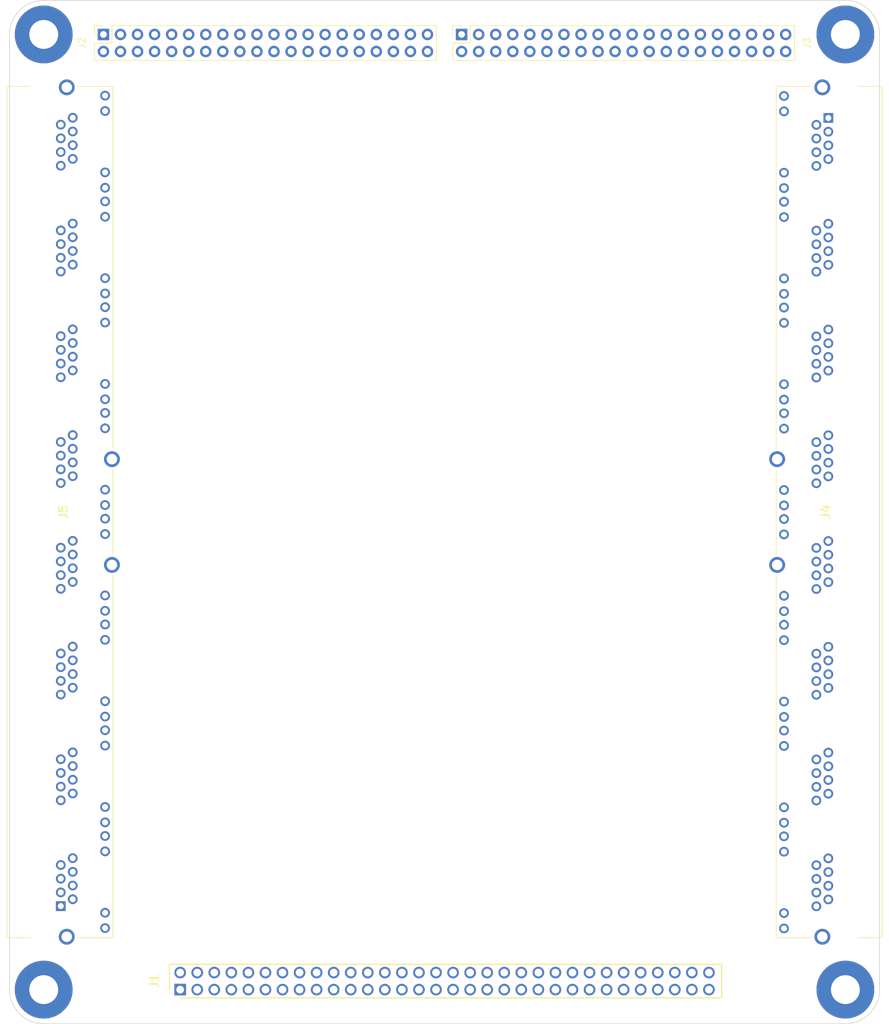
<source format=kicad_pcb>
(kicad_pcb (version 20221018) (generator pcbnew)
  (title_block (title "Multiplexer module") (date "2023-10-24") (rev "1") (company "Roman Vaněk"))
  (layers (0 "F.Cu" signal) (31 "B.Cu" signal) (34 "B.Paste" user) (35 "F.Paste" user) (36 "B.SilkS" user "B.Silkscreen") (37 "F.SilkS" user "F.Silkscreen") (38 "B.Mask" user) (39 "F.Mask" user) (44 "Edge.Cuts" user))
  (net 0 "")
  (footprint "MountingHole:MountingHole_4.3mm_M4_Pad_TopBottom" (layer "F.Cu") (at 35.56 175.26)
    (fp_text reference "REF**" hide)
    (fp_text value "MountingHole_4.3mm_M4_Pad_TopBottom" hide)
    (pad "1" thru_hole circle (at 0 0) (size 4.7 4.7) (drill 4.3) (layers "*.Cu" "*.Mask"))
    (pad "1" connect circle (at 0 0) (size 8.6 8.6) (layers "F.Cu" "F.Mask"))
    (pad "1" connect circle (at 0 0) (size 8.6 8.6) (layers "B.Cu" "B.Mask"))
  )
  (footprint "MountingHole:MountingHole_4.3mm_M4_Pad_TopBottom" (layer "F.Cu") (at 35.56 33.02)
    (fp_text reference "REF**" hide)
    (fp_text value "MountingHole_4.3mm_M4_Pad_TopBottom" hide)
    (pad "1" thru_hole circle (at 0 0) (size 4.7 4.7) (drill 4.3) (layers "*.Cu" "*.Mask"))
    (pad "1" connect circle (at 0 0) (size 8.6 8.6) (layers "F.Cu" "F.Mask"))
    (pad "1" connect circle (at 0 0) (size 8.6 8.6) (layers "B.Cu" "B.Mask"))
  )
  (footprint "USER_footprints:PinSocket_2x20_P2.54mm_Vertical_long" (layer "F.Cu") (at 44.45 33.02 90)
    (fp_text reference "J2" (at -1.27 -3.175 90) (layer "F.SilkS"))
    (fp_text value "Conn_02x20_Odd_Even" hide)
    (fp_line (start -3.87 -1.33) (end -3.87 49.59) (stroke (width 0.12)) (layer "F.SilkS"))
    (fp_line (start -3.87 -1.33) (end -1.27 -1.33) (stroke (width 0.12)) (layer "F.SilkS"))
    (fp_line (start -3.87 49.59) (end 1.33 49.59) (stroke (width 0.12)) (layer "F.SilkS"))
    (fp_line (start -1.27 -1.33) (end -1.27 1.27) (stroke (width 0.12)) (layer "F.SilkS"))
    (fp_line (start -1.27 1.27) (end 1.33 1.27) (stroke (width 0.12)) (layer "F.SilkS"))
    (fp_line (start 0 -1.33) (end 1.33 -1.33) (stroke (width 0.12)) (layer "F.SilkS"))
    (fp_line (start 1.33 -1.33) (end 1.33 0) (stroke (width 0.12)) (layer "F.SilkS"))
    (fp_line (start 1.33 1.27) (end 1.33 49.59) (stroke (width 0.12)) (layer "F.SilkS"))
    (pad "1" thru_hole rect (at 0 0 90) (size 1.7 1.7) (drill 1) (layers "*.Cu" "*.Mask"))
    (pad "2" thru_hole oval (at -2.54 0 90) (size 1.7 1.7) (drill 1) (layers "*.Cu" "*.Mask"))
    (pad "3" thru_hole oval (at 0 2.54 90) (size 1.7 1.7) (drill 1) (layers "*.Cu" "*.Mask"))
    (pad "4" thru_hole oval (at -2.54 2.54 90) (size 1.7 1.7) (drill 1) (layers "*.Cu" "*.Mask"))
    (pad "5" thru_hole oval (at 0 5.08 90) (size 1.7 1.7) (drill 1) (layers "*.Cu" "*.Mask"))
    (pad "6" thru_hole oval (at -2.54 5.08 90) (size 1.7 1.7) (drill 1) (layers "*.Cu" "*.Mask"))
    (pad "7" thru_hole oval (at 0 7.62 90) (size 1.7 1.7) (drill 1) (layers "*.Cu" "*.Mask"))
    (pad "8" thru_hole oval (at -2.54 7.62 90) (size 1.7 1.7) (drill 1) (layers "*.Cu" "*.Mask"))
    (pad "9" thru_hole oval (at 0 10.16 90) (size 1.7 1.7) (drill 1) (layers "*.Cu" "*.Mask"))
    (pad "10" thru_hole oval (at -2.54 10.16 90) (size 1.7 1.7) (drill 1) (layers "*.Cu" "*.Mask"))
    (pad "11" thru_hole oval (at 0 12.7 90) (size 1.7 1.7) (drill 1) (layers "*.Cu" "*.Mask"))
    (pad "12" thru_hole oval (at -2.54 12.7 90) (size 1.7 1.7) (drill 1) (layers "*.Cu" "*.Mask"))
    (pad "13" thru_hole oval (at 0 15.24 90) (size 1.7 1.7) (drill 1) (layers "*.Cu" "*.Mask"))
    (pad "14" thru_hole oval (at -2.54 15.24 90) (size 1.7 1.7) (drill 1) (layers "*.Cu" "*.Mask"))
    (pad "15" thru_hole oval (at 0 17.78 90) (size 1.7 1.7) (drill 1) (layers "*.Cu" "*.Mask"))
    (pad "16" thru_hole oval (at -2.54 17.78 90) (size 1.7 1.7) (drill 1) (layers "*.Cu" "*.Mask"))
    (pad "17" thru_hole oval (at 0 20.32 90) (size 1.7 1.7) (drill 1) (layers "*.Cu" "*.Mask"))
    (pad "18" thru_hole oval (at -2.54 20.32 90) (size 1.7 1.7) (drill 1) (layers "*.Cu" "*.Mask"))
    (pad "19" thru_hole oval (at 0 22.86 90) (size 1.7 1.7) (drill 1) (layers "*.Cu" "*.Mask"))
    (pad "20" thru_hole oval (at -2.54 22.86 90) (size 1.7 1.7) (drill 1) (layers "*.Cu" "*.Mask"))
    (pad "21" thru_hole oval (at 0 25.4 90) (size 1.7 1.7) (drill 1) (layers "*.Cu" "*.Mask"))
    (pad "22" thru_hole oval (at -2.54 25.4 90) (size 1.7 1.7) (drill 1) (layers "*.Cu" "*.Mask"))
    (pad "23" thru_hole oval (at 0 27.94 90) (size 1.7 1.7) (drill 1) (layers "*.Cu" "*.Mask"))
    (pad "24" thru_hole oval (at -2.54 27.94 90) (size 1.7 1.7) (drill 1) (layers "*.Cu" "*.Mask"))
    (pad "25" thru_hole oval (at 0 30.48 90) (size 1.7 1.7) (drill 1) (layers "*.Cu" "*.Mask"))
    (pad "26" thru_hole oval (at -2.54 30.48 90) (size 1.7 1.7) (drill 1) (layers "*.Cu" "*.Mask"))
    (pad "27" thru_hole oval (at 0 33.02 90) (size 1.7 1.7) (drill 1) (layers "*.Cu" "*.Mask"))
    (pad "28" thru_hole oval (at -2.54 33.02 90) (size 1.7 1.7) (drill 1) (layers "*.Cu" "*.Mask"))
    (pad "29" thru_hole oval (at 0 35.56 90) (size 1.7 1.7) (drill 1) (layers "*.Cu" "*.Mask"))
    (pad "30" thru_hole oval (at -2.54 35.56 90) (size 1.7 1.7) (drill 1) (layers "*.Cu" "*.Mask"))
    (pad "31" thru_hole oval (at 0 38.1 90) (size 1.7 1.7) (drill 1) (layers "*.Cu" "*.Mask"))
    (pad "32" thru_hole oval (at -2.54 38.1 90) (size 1.7 1.7) (drill 1) (layers "*.Cu" "*.Mask"))
    (pad "33" thru_hole oval (at 0 40.64 90) (size 1.7 1.7) (drill 1) (layers "*.Cu" "*.Mask"))
    (pad "34" thru_hole oval (at -2.54 40.64 90) (size 1.7 1.7) (drill 1) (layers "*.Cu" "*.Mask"))
    (pad "35" thru_hole oval (at 0 43.18 90) (size 1.7 1.7) (drill 1) (layers "*.Cu" "*.Mask"))
    (pad "36" thru_hole oval (at -2.54 43.18 90) (size 1.7 1.7) (drill 1) (layers "*.Cu" "*.Mask"))
    (pad "37" thru_hole oval (at 0 45.72 90) (size 1.7 1.7) (drill 1) (layers "*.Cu" "*.Mask"))
    (pad "38" thru_hole oval (at -2.54 45.72 90) (size 1.7 1.7) (drill 1) (layers "*.Cu" "*.Mask"))
    (pad "39" thru_hole oval (at 0 48.26 90) (size 1.7 1.7) (drill 1) (layers "*.Cu" "*.Mask"))
    (pad "40" thru_hole oval (at -2.54 48.26 90) (size 1.7 1.7) (drill 1) (layers "*.Cu" "*.Mask"))
  )
  (footprint "SamacSys_Parts:RJHSE538408" (layer "F.Cu") (at 38.1 165.61 -90)
    (fp_text reference "J5" (at -61.469 -0.399 -90) (layer "F.SilkS") (effects (font (size 1.27 1.27) (thickness 0.254))))
    (fp_text value "RJHSE-5384-08" hide)
    (fp_line (start -124.845 -7.75) (end -124.845 -7.75) (stroke (width 0.1)) (layer "F.SilkS"))
    (fp_line (start -124.845 -7.75) (end -124.845 -7.75) (stroke (width 0.1)) (layer "F.SilkS"))
    (fp_line (start -124.845 -7.75) (end -124.845 -2.5) (stroke (width 0.1)) (layer "F.SilkS"))
    (fp_line (start -124.845 -7.75) (end -71.04 -7.75) (stroke (width 0.1)) (layer "F.SilkS"))
    (fp_line (start -124.845 -2.5) (end -124.845 -7.75) (stroke (width 0.1)) (layer "F.SilkS"))
    (fp_line (start -124.845 -2.5) (end -124.845 -2.5) (stroke (width 0.1)) (layer "F.SilkS"))
    (fp_line (start -124.845 4.5) (end -124.845 4.5) (stroke (width 0.1)) (layer "F.SilkS"))
    (fp_line (start -124.845 4.5) (end -124.845 8) (stroke (width 0.1)) (layer "F.SilkS"))
    (fp_line (start -124.845 8) (end -124.845 4.5) (stroke (width 0.1)) (layer "F.SilkS"))
    (fp_line (start -124.845 8) (end -124.845 8) (stroke (width 0.1)) (layer "F.SilkS"))
    (fp_line (start -124.845 8) (end -124.845 8) (stroke (width 0.1)) (layer "F.SilkS"))
    (fp_line (start -124.845 8) (end 1.905 8) (stroke (width 0.1)) (layer "F.SilkS"))
    (fp_line (start -71.04 -7.75) (end -124.845 -7.75) (stroke (width 0.1)) (layer "F.SilkS"))
    (fp_line (start -71.04 -7.75) (end -71.04 -7.75) (stroke (width 0.1)) (layer "F.SilkS"))
    (fp_line (start -67.79 -7.75) (end -67.79 -7.75) (stroke (width 0.1)) (layer "F.SilkS"))
    (fp_line (start -67.79 -7.75) (end -55.29 -7.75) (stroke (width 0.1)) (layer "F.SilkS"))
    (fp_line (start -55.29 -7.75) (end -67.79 -7.75) (stroke (width 0.1)) (layer "F.SilkS"))
    (fp_line (start -55.29 -7.75) (end -55.29 -7.75) (stroke (width 0.1)) (layer "F.SilkS"))
    (fp_line (start -52.04 -7.75) (end -52.04 -7.75) (stroke (width 0.1)) (layer "F.SilkS"))
    (fp_line (start -52.04 -7.75) (end 1.905 -7.75) (stroke (width 0.1)) (layer "F.SilkS"))
    (fp_line (start 1.905 -7.75) (end -52.04 -7.75) (stroke (width 0.1)) (layer "F.SilkS"))
    (fp_line (start 1.905 -7.75) (end 1.905 -7.75) (stroke (width 0.1)) (layer "F.SilkS"))
    (fp_line (start 1.905 -7.75) (end 1.905 -7.75) (stroke (width 0.1)) (layer "F.SilkS"))
    (fp_line (start 1.905 -7.75) (end 1.905 -2.5) (stroke (width 0.1)) (layer "F.SilkS"))
    (fp_line (start 1.905 -2.5) (end 1.905 -7.75) (stroke (width 0.1)) (layer "F.SilkS"))
    (fp_line (start 1.905 -2.5) (end 1.905 -2.5) (stroke (width 0.1)) (layer "F.SilkS"))
    (fp_line (start 1.905 4.5) (end 1.905 4.5) (stroke (width 0.1)) (layer "F.SilkS"))
    (fp_line (start 1.905 4.5) (end 1.905 8) (stroke (width 0.1)) (layer "F.SilkS"))
    (fp_line (start 1.905 8) (end -124.845 8) (stroke (width 0.1)) (layer "F.SilkS"))
    (fp_line (start 1.905 8) (end 1.905 4.5) (stroke (width 0.1)) (layer "F.SilkS"))
    (fp_line (start 1.905 8) (end 1.905 8) (stroke (width 0.1)) (layer "F.SilkS"))
    (fp_line (start 1.905 8) (end 1.905 8) (stroke (width 0.1)) (layer "F.SilkS"))
    (pad "" np_thru_hole circle (at -122.94 2.54 270) (size 3.25 3.25) (drill 3.25) (layers "*.Cu" "*.Mask"))
    (pad "" np_thru_hole circle (at -61.47 2.54 270) (size 3.25 3.25) (drill 3.25) (layers "*.Cu" "*.Mask"))
    (pad "" np_thru_hole circle (at 0 2.54 270) (size 3.25 3.25) (drill 3.25) (layers "*.Cu" "*.Mask"))
    (pad "A1" thru_hole rect (at -2.79 0 270) (size 1.446 1.446) (drill 0.89) (layers "*.Cu" "*.Mask"))
    (pad "A2" thru_hole circle (at -3.81 -1.78 270) (size 1.446 1.446) (drill 0.89) (layers "*.Cu" "*.Mask"))
    (pad "A3" thru_hole circle (at -4.83 0 270) (size 1.446 1.446) (drill 0.89) (layers "*.Cu" "*.Mask"))
    (pad "A4" thru_hole circle (at -5.85 -1.78 270) (size 1.446 1.446) (drill 0.89) (layers "*.Cu" "*.Mask"))
    (pad "A5" thru_hole circle (at -6.87 0 270) (size 1.446 1.446) (drill 0.89) (layers "*.Cu" "*.Mask"))
    (pad "A6" thru_hole circle (at -7.89 -1.78 270) (size 1.446 1.446) (drill 0.89) (layers "*.Cu" "*.Mask"))
    (pad "A7" thru_hole circle (at -8.91 0 270) (size 1.446 1.446) (drill 0.89) (layers "*.Cu" "*.Mask"))
    (pad "A8" thru_hole circle (at -9.93 -1.78 270) (size 1.446 1.446) (drill 0.89) (layers "*.Cu" "*.Mask"))
    (pad "A9" thru_hole circle (at 0.49 -6.6 270) (size 1.446 1.446) (drill 0.89) (layers "*.Cu" "*.Mask"))
    (pad "A10" thru_hole circle (at -1.8 -6.6 270) (size 1.446 1.446) (drill 0.89) (layers "*.Cu" "*.Mask"))
    (pad "A11" thru_hole circle (at -10.94 -6.6 270) (size 1.446 1.446) (drill 0.89) (layers "*.Cu" "*.Mask"))
    (pad "A12" thru_hole circle (at -13.23 -6.6 270) (size 1.446 1.446) (drill 0.89) (layers "*.Cu" "*.Mask"))
    (pad "B1" thru_hole circle (at -18.54 0 270) (size 1.446 1.446) (drill 0.89) (layers "*.Cu" "*.Mask"))
    (pad "B2" thru_hole circle (at -19.56 -1.78 270) (size 1.446 1.446) (drill 0.89) (layers "*.Cu" "*.Mask"))
    (pad "B3" thru_hole circle (at -20.58 0 270) (size 1.446 1.446) (drill 0.89) (layers "*.Cu" "*.Mask"))
    (pad "B4" thru_hole circle (at -21.6 -1.78 270) (size 1.446 1.446) (drill 0.89) (layers "*.Cu" "*.Mask"))
    (pad "B5" thru_hole circle (at -22.62 0 270) (size 1.446 1.446) (drill 0.89) (layers "*.Cu" "*.Mask"))
    (pad "B6" thru_hole circle (at -23.64 -1.78 270) (size 1.446 1.446) (drill 0.89) (layers "*.Cu" "*.Mask"))
    (pad "B7" thru_hole circle (at -24.66 0 270) (size 1.446 1.446) (drill 0.89) (layers "*.Cu" "*.Mask"))
    (pad "B8" thru_hole circle (at -25.68 -1.78 270) (size 1.446 1.446) (drill 0.89) (layers "*.Cu" "*.Mask"))
    (pad "B9" thru_hole circle (at -15.26 -6.6 270) (size 1.446 1.446) (drill 0.89) (layers "*.Cu" "*.Mask"))
    (pad "B10" thru_hole circle (at -17.55 -6.6 270) (size 1.446 1.446) (drill 0.89) (layers "*.Cu" "*.Mask"))
    (pad "B11" thru_hole circle (at -26.69 -6.6 270) (size 1.446 1.446) (drill 0.89) (layers "*.Cu" "*.Mask"))
    (pad "B12" thru_hole circle (at -28.98 -6.6 270) (size 1.446 1.446) (drill 0.89) (layers "*.Cu" "*.Mask"))
    (pad "C1" thru_hole circle (at -34.29 0 270) (size 1.446 1.446) (drill 0.89) (layers "*.Cu" "*.Mask"))
    (pad "C2" thru_hole circle (at -35.31 -1.78 270) (size 1.446 1.446) (drill 0.89) (layers "*.Cu" "*.Mask"))
    (pad "C3" thru_hole circle (at -36.33 0 270) (size 1.446 1.446) (drill 0.89) (layers "*.Cu" "*.Mask"))
    (pad "C4" thru_hole circle (at -37.35 -1.78 270) (size 1.446 1.446) (drill 0.89) (layers "*.Cu" "*.Mask"))
    (pad "C5" thru_hole circle (at -38.37 0 270) (size 1.446 1.446) (drill 0.89) (layers "*.Cu" "*.Mask"))
    (pad "C6" thru_hole circle (at -39.39 -1.78 270) (size 1.446 1.446) (drill 0.89) (layers "*.Cu" "*.Mask"))
    (pad "C7" thru_hole circle (at -40.41 0 270) (size 1.446 1.446) (drill 0.89) (layers "*.Cu" "*.Mask"))
    (pad "C8" thru_hole circle (at -41.43 -1.78 270) (size 1.446 1.446) (drill 0.89) (layers "*.Cu" "*.Mask"))
    (pad "C9" thru_hole circle (at -31.01 -6.6 270) (size 1.446 1.446) (drill 0.89) (layers "*.Cu" "*.Mask"))
    (pad "C10" thru_hole circle (at -33.3 -6.6 270) (size 1.446 1.446) (drill 0.89) (layers "*.Cu" "*.Mask"))
    (pad "C11" thru_hole circle (at -42.44 -6.6 270) (size 1.446 1.446) (drill 0.89) (layers "*.Cu" "*.Mask"))
    (pad "C12" thru_hole circle (at -44.73 -6.6 270) (size 1.446 1.446) (drill 0.89) (layers "*.Cu" "*.Mask"))
    (pad "D1" thru_hole circle (at -50.04 0 270) (size 1.446 1.446) (drill 0.89) (layers "*.Cu" "*.Mask"))
    (pad "D2" thru_hole circle (at -51.06 -1.78 270) (size 1.446 1.446) (drill 0.89) (layers "*.Cu" "*.Mask"))
    (pad "D3" thru_hole circle (at -52.08 0 270) (size 1.446 1.446) (drill 0.89) (layers "*.Cu" "*.Mask"))
    (pad "D4" thru_hole circle (at -53.1 -1.78 270) (size 1.446 1.446) (drill 0.89) (layers "*.Cu" "*.Mask"))
    (pad "D5" thru_hole circle (at -54.12 0 270) (size 1.446 1.446) (drill 0.89) (layers "*.Cu" "*.Mask"))
    (pad "D6" thru_hole circle (at -55.14 -1.78 270) (size 1.446 1.446) (drill 0.89) (layers "*.Cu" "*.Mask"))
    (pad "D7" thru_hole circle (at -56.16 0 270) (size 1.446 1.446) (drill 0.89) (layers "*.Cu" "*.Mask"))
    (pad "D8" thru_hole circle (at -57.18 -1.78 270) (size 1.446 1.446) (drill 0.89) (layers "*.Cu" "*.Mask"))
    (pad "D9" thru_hole circle (at -46.76 -6.6 270) (size 1.446 1.446) (drill 0.89) (layers "*.Cu" "*.Mask"))
    (pad "D10" thru_hole circle (at -49.05 -6.6 270) (size 1.446 1.446) (drill 0.89) (layers "*.Cu" "*.Mask"))
    (pad "D11" thru_hole circle (at -58.19 -6.6 270) (size 1.446 1.446) (drill 0.89) (layers "*.Cu" "*.Mask"))
    (pad "D12" thru_hole circle (at -60.48 -6.6 270) (size 1.446 1.446) (drill 0.89) (layers "*.Cu" "*.Mask"))
    (pad "E1" thru_hole circle (at -65.79 0 270) (size 1.446 1.446) (drill 0.89) (layers "*.Cu" "*.Mask"))
    (pad "E2" thru_hole circle (at -66.81 -1.78 270) (size 1.446 1.446) (drill 0.89) (layers "*.Cu" "*.Mask"))
    (pad "E3" thru_hole circle (at -67.83 0 270) (size 1.446 1.446) (drill 0.89) (layers "*.Cu" "*.Mask"))
    (pad "E4" thru_hole circle (at -68.85 -1.78 270) (size 1.446 1.446) (drill 0.89) (layers "*.Cu" "*.Mask"))
    (pad "E5" thru_hole circle (at -69.87 0 270) (size 1.446 1.446) (drill 0.89) (layers "*.Cu" "*.Mask"))
    (pad "E6" thru_hole circle (at -70.89 -1.78 270) (size 1.446 1.446) (drill 0.89) (layers "*.Cu" "*.Mask"))
    (pad "E7" thru_hole circle (at -71.91 0 270) (size 1.446 1.446) (drill 0.89) (layers "*.Cu" "*.Mask"))
    (pad "E8" thru_hole circle (at -72.93 -1.78 270) (size 1.446 1.446) (drill 0.89) (layers "*.Cu" "*.Mask"))
    (pad "E9" thru_hole circle (at -62.51 -6.6 270) (size 1.446 1.446) (drill 0.89) (layers "*.Cu" "*.Mask"))
    (pad "E10" thru_hole circle (at -64.8 -6.6 270) (size 1.446 1.446) (drill 0.89) (layers "*.Cu" "*.Mask"))
    (pad "E11" thru_hole circle (at -73.94 -6.6 270) (size 1.446 1.446) (drill 0.89) (layers "*.Cu" "*.Mask"))
    (pad "E12" thru_hole circle (at -76.23 -6.6 270) (size 1.446 1.446) (drill 0.89) (layers "*.Cu" "*.Mask"))
    (pad "F1" thru_hole circle (at -81.54 0 270) (size 1.446 1.446) (drill 0.89) (layers "*.Cu" "*.Mask"))
    (pad "F2" thru_hole circle (at -82.56 -1.78 270) (size 1.446 1.446) (drill 0.89) (layers "*.Cu" "*.Mask"))
    (pad "F3" thru_hole circle (at -83.58 0 270) (size 1.446 1.446) (drill 0.89) (layers "*.Cu" "*.Mask"))
    (pad "F4" thru_hole circle (at -84.6 -1.78 270) (size 1.446 1.446) (drill 0.89) (layers "*.Cu" "*.Mask"))
    (pad "F5" thru_hole circle (at -85.62 0 270) (size 1.446 1.446) (drill 0.89) (layers "*.Cu" "*.Mask"))
    (pad "F6" thru_hole circle (at -86.64 -1.78 270) (size 1.446 1.446) (drill 0.89) (layers "*.Cu" "*.Mask"))
    (pad "F7" thru_hole circle (at -87.66 0 270) (size 1.446 1.446) (drill 0.89) (layers "*.Cu" "*.Mask"))
    (pad "F8" thru_hole circle (at -88.68 -1.78 270) (size 1.446 1.446) (drill 0.89) (layers "*.Cu" "*.Mask"))
    (pad "F9" thru_hole circle (at -78.26 -6.6 270) (size 1.446 1.446) (drill 0.89) (layers "*.Cu" "*.Mask"))
    (pad "F10" thru_hole circle (at -80.55 -6.6 270) (size 1.446 1.446) (drill 0.89) (layers "*.Cu" "*.Mask"))
    (pad "F11" thru_hole circle (at -89.69 -6.6 270) (size 1.446 1.446) (drill 0.89) (layers "*.Cu" "*.Mask"))
    (pad "F12" thru_hole circle (at -91.98 -6.6 270) (size 1.446 1.446) (drill 0.89) (layers "*.Cu" "*.Mask"))
    (pad "G1" thru_hole circle (at -97.29 0 270) (size 1.446 1.446) (drill 0.89) (layers "*.Cu" "*.Mask"))
    (pad "G2" thru_hole circle (at -98.31 -1.78 270) (size 1.446 1.446) (drill 0.89) (layers "*.Cu" "*.Mask"))
    (pad "G3" thru_hole circle (at -99.33 0 270) (size 1.446 1.446) (drill 0.89) (layers "*.Cu" "*.Mask"))
    (pad "G4" thru_hole circle (at -100.35 -1.78 270) (size 1.446 1.446) (drill 0.89) (layers "*.Cu" "*.Mask"))
    (pad "G5" thru_hole circle (at -101.37 0 270) (size 1.446 1.446) (drill 0.89) (layers "*.Cu" "*.Mask"))
    (pad "G6" thru_hole circle (at -102.39 -1.78 270) (size 1.446 1.446) (drill 0.89) (layers "*.Cu" "*.Mask"))
    (pad "G7" thru_hole circle (at -103.41 0 270) (size 1.446 1.446) (drill 0.89) (layers "*.Cu" "*.Mask"))
    (pad "G8" thru_hole circle (at -104.43 -1.78 270) (size 1.446 1.446) (drill 0.89) (layers "*.Cu" "*.Mask"))
    (pad "G9" thru_hole circle (at -94.01 -6.6 270) (size 1.446 1.446) (drill 0.89) (layers "*.Cu" "*.Mask"))
    (pad "G10" thru_hole circle (at -96.3 -6.6 270) (size 1.446 1.446) (drill 0.89) (layers "*.Cu" "*.Mask"))
    (pad "G11" thru_hole circle (at -105.44 -6.6 270) (size 1.446 1.446) (drill 0.89) (layers "*.Cu" "*.Mask"))
    (pad "G12" thru_hole circle (at -107.73 -6.6 270) (size 1.446 1.446) (drill 0.89) (layers "*.Cu" "*.Mask"))
    (pad "H1" thru_hole circle (at -113.04 0 270) (size 1.446 1.446) (drill 0.89) (layers "*.Cu" "*.Mask"))
    (pad "H2" thru_hole circle (at -114.06 -1.78 270) (size 1.446 1.446) (drill 0.89) (layers "*.Cu" "*.Mask"))
    (pad "H3" thru_hole circle (at -115.08 0 270) (size 1.446 1.446) (drill 0.89) (layers "*.Cu" "*.Mask"))
    (pad "H4" thru_hole circle (at -116.1 -1.78 270) (size 1.446 1.446) (drill 0.89) (layers "*.Cu" "*.Mask"))
    (pad "H5" thru_hole circle (at -117.12 0 270) (size 1.446 1.446) (drill 0.89) (layers "*.Cu" "*.Mask"))
    (pad "H6" thru_hole circle (at -118.14 -1.78 270) (size 1.446 1.446) (drill 0.89) (layers "*.Cu" "*.Mask"))
    (pad "H7" thru_hole circle (at -119.16 0 270) (size 1.446 1.446) (drill 0.89) (layers "*.Cu" "*.Mask"))
    (pad "H8" thru_hole circle (at -120.18 -1.78 270) (size 1.446 1.446) (drill 0.89) (layers "*.Cu" "*.Mask"))
    (pad "H9" thru_hole circle (at -109.76 -6.6 270) (size 1.446 1.446) (drill 0.89) (layers "*.Cu" "*.Mask"))
    (pad "H10" thru_hole circle (at -112.05 -6.6 270) (size 1.446 1.446) (drill 0.89) (layers "*.Cu" "*.Mask"))
    (pad "H11" thru_hole circle (at -121.19 -6.6 270) (size 1.446 1.446) (drill 0.89) (layers "*.Cu" "*.Mask"))
    (pad "H12" thru_hole circle (at -123.48 -6.6 270) (size 1.446 1.446) (drill 0.89) (layers "*.Cu" "*.Mask"))
    (pad "MH1" thru_hole circle (at 1.775 -0.89 270) (size 2.355 2.355) (drill 1.57) (layers "*.Cu" "*.Mask"))
    (pad "MH2" thru_hole circle (at -53.595 -7.62 270) (size 2.355 2.355) (drill 1.57) (layers "*.Cu" "*.Mask"))
    (pad "MH3" thru_hole circle (at -69.345 -7.62 270) (size 2.355 2.355) (drill 1.57) (layers "*.Cu" "*.Mask"))
    (pad "MH4" thru_hole circle (at -124.715 -0.89 270) (size 2.355 2.355) (drill 1.57) (layers "*.Cu" "*.Mask"))
  )
  (footprint "MountingHole:MountingHole_4.3mm_M4_Pad_TopBottom" (layer "F.Cu") (at 154.94 175.26)
    (fp_text reference "REF**" hide)
    (fp_text value "MountingHole_4.3mm_M4_Pad_TopBottom" hide)
    (pad "1" thru_hole circle (at 0 0) (size 4.7 4.7) (drill 4.3) (layers "*.Cu" "*.Mask"))
    (pad "1" connect circle (at 0 0) (size 8.6 8.6) (layers "F.Cu" "F.Mask"))
    (pad "1" connect circle (at 0 0) (size 8.6 8.6) (layers "B.Cu" "B.Mask"))
  )
  (footprint "USER_footprints:PinSocket_2x20_P2.54mm_Vertical_long" (layer "F.Cu") (at 97.79 33.02 90)
    (fp_text reference "J3" (at -1.27 51.435 90) (layer "F.SilkS"))
    (fp_text value "Conn_02x20_Odd_Even" hide)
    (fp_line (start -3.87 -1.33) (end -3.87 49.59) (stroke (width 0.12)) (layer "F.SilkS"))
    (fp_line (start -3.87 -1.33) (end -1.27 -1.33) (stroke (width 0.12)) (layer "F.SilkS"))
    (fp_line (start -3.87 49.59) (end 1.33 49.59) (stroke (width 0.12)) (layer "F.SilkS"))
    (fp_line (start -1.27 -1.33) (end -1.27 1.27) (stroke (width 0.12)) (layer "F.SilkS"))
    (fp_line (start -1.27 1.27) (end 1.33 1.27) (stroke (width 0.12)) (layer "F.SilkS"))
    (fp_line (start 0 -1.33) (end 1.33 -1.33) (stroke (width 0.12)) (layer "F.SilkS"))
    (fp_line (start 1.33 -1.33) (end 1.33 0) (stroke (width 0.12)) (layer "F.SilkS"))
    (fp_line (start 1.33 1.27) (end 1.33 49.59) (stroke (width 0.12)) (layer "F.SilkS"))
    (pad "1" thru_hole rect (at 0 0 90) (size 1.7 1.7) (drill 1) (layers "*.Cu" "*.Mask"))
    (pad "2" thru_hole oval (at -2.54 0 90) (size 1.7 1.7) (drill 1) (layers "*.Cu" "*.Mask"))
    (pad "3" thru_hole oval (at 0 2.54 90) (size 1.7 1.7) (drill 1) (layers "*.Cu" "*.Mask"))
    (pad "4" thru_hole oval (at -2.54 2.54 90) (size 1.7 1.7) (drill 1) (layers "*.Cu" "*.Mask"))
    (pad "5" thru_hole oval (at 0 5.08 90) (size 1.7 1.7) (drill 1) (layers "*.Cu" "*.Mask"))
    (pad "6" thru_hole oval (at -2.54 5.08 90) (size 1.7 1.7) (drill 1) (layers "*.Cu" "*.Mask"))
    (pad "7" thru_hole oval (at 0 7.62 90) (size 1.7 1.7) (drill 1) (layers "*.Cu" "*.Mask"))
    (pad "8" thru_hole oval (at -2.54 7.62 90) (size 1.7 1.7) (drill 1) (layers "*.Cu" "*.Mask"))
    (pad "9" thru_hole oval (at 0 10.16 90) (size 1.7 1.7) (drill 1) (layers "*.Cu" "*.Mask"))
    (pad "10" thru_hole oval (at -2.54 10.16 90) (size 1.7 1.7) (drill 1) (layers "*.Cu" "*.Mask"))
    (pad "11" thru_hole oval (at 0 12.7 90) (size 1.7 1.7) (drill 1) (layers "*.Cu" "*.Mask"))
    (pad "12" thru_hole oval (at -2.54 12.7 90) (size 1.7 1.7) (drill 1) (layers "*.Cu" "*.Mask"))
    (pad "13" thru_hole oval (at 0 15.24 90) (size 1.7 1.7) (drill 1) (layers "*.Cu" "*.Mask"))
    (pad "14" thru_hole oval (at -2.54 15.24 90) (size 1.7 1.7) (drill 1) (layers "*.Cu" "*.Mask"))
    (pad "15" thru_hole oval (at 0 17.78 90) (size 1.7 1.7) (drill 1) (layers "*.Cu" "*.Mask"))
    (pad "16" thru_hole oval (at -2.54 17.78 90) (size 1.7 1.7) (drill 1) (layers "*.Cu" "*.Mask"))
    (pad "17" thru_hole oval (at 0 20.32 90) (size 1.7 1.7) (drill 1) (layers "*.Cu" "*.Mask"))
    (pad "18" thru_hole oval (at -2.54 20.32 90) (size 1.7 1.7) (drill 1) (layers "*.Cu" "*.Mask"))
    (pad "19" thru_hole oval (at 0 22.86 90) (size 1.7 1.7) (drill 1) (layers "*.Cu" "*.Mask"))
    (pad "20" thru_hole oval (at -2.54 22.86 90) (size 1.7 1.7) (drill 1) (layers "*.Cu" "*.Mask"))
    (pad "21" thru_hole oval (at 0 25.4 90) (size 1.7 1.7) (drill 1) (layers "*.Cu" "*.Mask"))
    (pad "22" thru_hole oval (at -2.54 25.4 90) (size 1.7 1.7) (drill 1) (layers "*.Cu" "*.Mask"))
    (pad "23" thru_hole oval (at 0 27.94 90) (size 1.7 1.7) (drill 1) (layers "*.Cu" "*.Mask"))
    (pad "24" thru_hole oval (at -2.54 27.94 90) (size 1.7 1.7) (drill 1) (layers "*.Cu" "*.Mask"))
    (pad "25" thru_hole oval (at 0 30.48 90) (size 1.7 1.7) (drill 1) (layers "*.Cu" "*.Mask"))
    (pad "26" thru_hole oval (at -2.54 30.48 90) (size 1.7 1.7) (drill 1) (layers "*.Cu" "*.Mask"))
    (pad "27" thru_hole oval (at 0 33.02 90) (size 1.7 1.7) (drill 1) (layers "*.Cu" "*.Mask"))
    (pad "28" thru_hole oval (at -2.54 33.02 90) (size 1.7 1.7) (drill 1) (layers "*.Cu" "*.Mask"))
    (pad "29" thru_hole oval (at 0 35.56 90) (size 1.7 1.7) (drill 1) (layers "*.Cu" "*.Mask"))
    (pad "30" thru_hole oval (at -2.54 35.56 90) (size 1.7 1.7) (drill 1) (layers "*.Cu" "*.Mask"))
    (pad "31" thru_hole oval (at 0 38.1 90) (size 1.7 1.7) (drill 1) (layers "*.Cu" "*.Mask"))
    (pad "32" thru_hole oval (at -2.54 38.1 90) (size 1.7 1.7) (drill 1) (layers "*.Cu" "*.Mask"))
    (pad "33" thru_hole oval (at 0 40.64 90) (size 1.7 1.7) (drill 1) (layers "*.Cu" "*.Mask"))
    (pad "34" thru_hole oval (at -2.54 40.64 90) (size 1.7 1.7) (drill 1) (layers "*.Cu" "*.Mask"))
    (pad "35" thru_hole oval (at 0 43.18 90) (size 1.7 1.7) (drill 1) (layers "*.Cu" "*.Mask"))
    (pad "36" thru_hole oval (at -2.54 43.18 90) (size 1.7 1.7) (drill 1) (layers "*.Cu" "*.Mask"))
    (pad "37" thru_hole oval (at 0 45.72 90) (size 1.7 1.7) (drill 1) (layers "*.Cu" "*.Mask"))
    (pad "38" thru_hole oval (at -2.54 45.72 90) (size 1.7 1.7) (drill 1) (layers "*.Cu" "*.Mask"))
    (pad "39" thru_hole oval (at 0 48.26 90) (size 1.7 1.7) (drill 1) (layers "*.Cu" "*.Mask"))
    (pad "40" thru_hole oval (at -2.54 48.26 90) (size 1.7 1.7) (drill 1) (layers "*.Cu" "*.Mask"))
  )
  (footprint "SamacSys_Parts:RHDR64W66P254_2X32_8194X500X1105P" (layer "F.Cu") (at 55.88 175.26)
    (fp_text reference "J1" (at -3.81 -1.27 90) (layer "F.SilkS") (effects (font (size 1.27 1.27) (thickness 0.254))))
    (fp_text value "Conn_02x32_Odd_Even" hide)
    (fp_line (start -1.6 -3.77) (end -1.6 0) (stroke (width 0.2)) (layer "F.SilkS"))
    (fp_line (start 0 1.23) (end 80.64 1.23) (stroke (width 0.2)) (layer "F.SilkS"))
    (fp_line (start 80.64 -3.77) (end -1.6 -3.77) (stroke (width 0.2)) (layer "F.SilkS"))
    (fp_line (start 80.64 1.23) (end 80.64 -3.77) (stroke (width 0.2)) (layer "F.SilkS"))
    (pad "1" thru_hole rect (at 0 0) (size 1.725 1.725) (drill 1.15) (layers "*.Cu" "*.Mask"))
    (pad "2" thru_hole circle (at 0 -2.54) (size 1.725 1.725) (drill 1.15) (layers "*.Cu" "*.Mask"))
    (pad "3" thru_hole circle (at 2.54 0) (size 1.725 1.725) (drill 1.15) (layers "*.Cu" "*.Mask"))
    (pad "4" thru_hole circle (at 2.54 -2.54) (size 1.725 1.725) (drill 1.15) (layers "*.Cu" "*.Mask"))
    (pad "5" thru_hole circle (at 5.08 0) (size 1.725 1.725) (drill 1.15) (layers "*.Cu" "*.Mask"))
    (pad "6" thru_hole circle (at 5.08 -2.54) (size 1.725 1.725) (drill 1.15) (layers "*.Cu" "*.Mask"))
    (pad "7" thru_hole circle (at 7.62 0) (size 1.725 1.725) (drill 1.15) (layers "*.Cu" "*.Mask"))
    (pad "8" thru_hole circle (at 7.62 -2.54) (size 1.725 1.725) (drill 1.15) (layers "*.Cu" "*.Mask"))
    (pad "9" thru_hole circle (at 10.16 0) (size 1.725 1.725) (drill 1.15) (layers "*.Cu" "*.Mask"))
    (pad "10" thru_hole circle (at 10.16 -2.54) (size 1.725 1.725) (drill 1.15) (layers "*.Cu" "*.Mask"))
    (pad "11" thru_hole circle (at 12.7 0) (size 1.725 1.725) (drill 1.15) (layers "*.Cu" "*.Mask"))
    (pad "12" thru_hole circle (at 12.7 -2.54) (size 1.725 1.725) (drill 1.15) (layers "*.Cu" "*.Mask"))
    (pad "13" thru_hole circle (at 15.24 0) (size 1.725 1.725) (drill 1.15) (layers "*.Cu" "*.Mask"))
    (pad "14" thru_hole circle (at 15.24 -2.54) (size 1.725 1.725) (drill 1.15) (layers "*.Cu" "*.Mask"))
    (pad "15" thru_hole circle (at 17.78 0) (size 1.725 1.725) (drill 1.15) (layers "*.Cu" "*.Mask"))
    (pad "16" thru_hole circle (at 17.78 -2.54) (size 1.725 1.725) (drill 1.15) (layers "*.Cu" "*.Mask"))
    (pad "17" thru_hole circle (at 20.32 0) (size 1.725 1.725) (drill 1.15) (layers "*.Cu" "*.Mask"))
    (pad "18" thru_hole circle (at 20.32 -2.54) (size 1.725 1.725) (drill 1.15) (layers "*.Cu" "*.Mask"))
    (pad "19" thru_hole circle (at 22.86 0) (size 1.725 1.725) (drill 1.15) (layers "*.Cu" "*.Mask"))
    (pad "20" thru_hole circle (at 22.86 -2.54) (size 1.725 1.725) (drill 1.15) (layers "*.Cu" "*.Mask"))
    (pad "21" thru_hole circle (at 25.4 0) (size 1.725 1.725) (drill 1.15) (layers "*.Cu" "*.Mask"))
    (pad "22" thru_hole circle (at 25.4 -2.54) (size 1.725 1.725) (drill 1.15) (layers "*.Cu" "*.Mask"))
    (pad "23" thru_hole circle (at 27.94 0) (size 1.725 1.725) (drill 1.15) (layers "*.Cu" "*.Mask"))
    (pad "24" thru_hole circle (at 27.94 -2.54) (size 1.725 1.725) (drill 1.15) (layers "*.Cu" "*.Mask"))
    (pad "25" thru_hole circle (at 30.48 0) (size 1.725 1.725) (drill 1.15) (layers "*.Cu" "*.Mask"))
    (pad "26" thru_hole circle (at 30.48 -2.54) (size 1.725 1.725) (drill 1.15) (layers "*.Cu" "*.Mask"))
    (pad "27" thru_hole circle (at 33.02 0) (size 1.725 1.725) (drill 1.15) (layers "*.Cu" "*.Mask"))
    (pad "28" thru_hole circle (at 33.02 -2.54) (size 1.725 1.725) (drill 1.15) (layers "*.Cu" "*.Mask"))
    (pad "29" thru_hole circle (at 35.56 0) (size 1.725 1.725) (drill 1.15) (layers "*.Cu" "*.Mask"))
    (pad "30" thru_hole circle (at 35.56 -2.54) (size 1.725 1.725) (drill 1.15) (layers "*.Cu" "*.Mask"))
    (pad "31" thru_hole circle (at 38.1 0) (size 1.725 1.725) (drill 1.15) (layers "*.Cu" "*.Mask"))
    (pad "32" thru_hole circle (at 38.1 -2.54) (size 1.725 1.725) (drill 1.15) (layers "*.Cu" "*.Mask"))
    (pad "33" thru_hole circle (at 40.64 0) (size 1.725 1.725) (drill 1.15) (layers "*.Cu" "*.Mask"))
    (pad "34" thru_hole circle (at 40.64 -2.54) (size 1.725 1.725) (drill 1.15) (layers "*.Cu" "*.Mask"))
    (pad "35" thru_hole circle (at 43.18 0) (size 1.725 1.725) (drill 1.15) (layers "*.Cu" "*.Mask"))
    (pad "36" thru_hole circle (at 43.18 -2.54) (size 1.725 1.725) (drill 1.15) (layers "*.Cu" "*.Mask"))
    (pad "37" thru_hole circle (at 45.72 0) (size 1.725 1.725) (drill 1.15) (layers "*.Cu" "*.Mask"))
    (pad "38" thru_hole circle (at 45.72 -2.54) (size 1.725 1.725) (drill 1.15) (layers "*.Cu" "*.Mask"))
    (pad "39" thru_hole circle (at 48.26 0) (size 1.725 1.725) (drill 1.15) (layers "*.Cu" "*.Mask"))
    (pad "40" thru_hole circle (at 48.26 -2.54) (size 1.725 1.725) (drill 1.15) (layers "*.Cu" "*.Mask"))
    (pad "41" thru_hole circle (at 50.8 0) (size 1.725 1.725) (drill 1.15) (layers "*.Cu" "*.Mask"))
    (pad "42" thru_hole circle (at 50.8 -2.54) (size 1.725 1.725) (drill 1.15) (layers "*.Cu" "*.Mask"))
    (pad "43" thru_hole circle (at 53.34 0) (size 1.725 1.725) (drill 1.15) (layers "*.Cu" "*.Mask"))
    (pad "44" thru_hole circle (at 53.34 -2.54) (size 1.725 1.725) (drill 1.15) (layers "*.Cu" "*.Mask"))
    (pad "45" thru_hole circle (at 55.88 0) (size 1.725 1.725) (drill 1.15) (layers "*.Cu" "*.Mask"))
    (pad "46" thru_hole circle (at 55.88 -2.54) (size 1.725 1.725) (drill 1.15) (layers "*.Cu" "*.Mask"))
    (pad "47" thru_hole circle (at 58.42 0) (size 1.725 1.725) (drill 1.15) (layers "*.Cu" "*.Mask"))
    (pad "48" thru_hole circle (at 58.42 -2.54) (size 1.725 1.725) (drill 1.15) (layers "*.Cu" "*.Mask"))
    (pad "49" thru_hole circle (at 60.96 0) (size 1.725 1.725) (drill 1.15) (layers "*.Cu" "*.Mask"))
    (pad "50" thru_hole circle (at 60.96 -2.54) (size 1.725 1.725) (drill 1.15) (layers "*.Cu" "*.Mask"))
    (pad "51" thru_hole circle (at 63.5 0) (size 1.725 1.725) (drill 1.15) (layers "*.Cu" "*.Mask"))
    (pad "52" thru_hole circle (at 63.5 -2.54) (size 1.725 1.725) (drill 1.15) (layers "*.Cu" "*.Mask"))
    (pad "53" thru_hole circle (at 66.04 0) (size 1.725 1.725) (drill 1.15) (layers "*.Cu" "*.Mask"))
    (pad "54" thru_hole circle (at 66.04 -2.54) (size 1.725 1.725) (drill 1.15) (layers "*.Cu" "*.Mask"))
    (pad "55" thru_hole circle (at 68.58 0) (size 1.725 1.725) (drill 1.15) (layers "*.Cu" "*.Mask"))
    (pad "56" thru_hole circle (at 68.58 -2.54) (size 1.725 1.725) (drill 1.15) (layers "*.Cu" "*.Mask"))
    (pad "57" thru_hole circle (at 71.12 0) (size 1.725 1.725) (drill 1.15) (layers "*.Cu" "*.Mask"))
    (pad "58" thru_hole circle (at 71.12 -2.54) (size 1.725 1.725) (drill 1.15) (layers "*.Cu" "*.Mask"))
    (pad "59" thru_hole circle (at 73.66 0) (size 1.725 1.725) (drill 1.15) (layers "*.Cu" "*.Mask"))
    (pad "60" thru_hole circle (at 73.66 -2.54) (size 1.725 1.725) (drill 1.15) (layers "*.Cu" "*.Mask"))
    (pad "61" thru_hole circle (at 76.2 0) (size 1.725 1.725) (drill 1.15) (layers "*.Cu" "*.Mask"))
    (pad "62" thru_hole circle (at 76.2 -2.54) (size 1.725 1.725) (drill 1.15) (layers "*.Cu" "*.Mask"))
    (pad "63" thru_hole circle (at 78.74 0) (size 1.725 1.725) (drill 1.15) (layers "*.Cu" "*.Mask"))
    (pad "64" thru_hole circle (at 78.74 -2.54) (size 1.725 1.725) (drill 1.15) (layers "*.Cu" "*.Mask"))
  )
  (footprint "SamacSys_Parts:RJHSE538408" (layer "F.Cu") (at 152.4 42.67 90)
    (fp_text reference "J4" (at -61.469 -0.399 90) (layer "F.SilkS") (effects (font (size 1.27 1.27) (thickness 0.254))))
    (fp_text value "RJHSE-5384-08" hide)
    (fp_line (start -124.845 -7.75) (end -124.845 -7.75) (stroke (width 0.1)) (layer "F.SilkS"))
    (fp_line (start -124.845 -7.75) (end -124.845 -7.75) (stroke (width 0.1)) (layer "F.SilkS"))
    (fp_line (start -124.845 -7.75) (end -124.845 -2.5) (stroke (width 0.1)) (layer "F.SilkS"))
    (fp_line (start -124.845 -7.75) (end -71.04 -7.75) (stroke (width 0.1)) (layer "F.SilkS"))
    (fp_line (start -124.845 -2.5) (end -124.845 -7.75) (stroke (width 0.1)) (layer "F.SilkS"))
    (fp_line (start -124.845 -2.5) (end -124.845 -2.5) (stroke (width 0.1)) (layer "F.SilkS"))
    (fp_line (start -124.845 4.5) (end -124.845 4.5) (stroke (width 0.1)) (layer "F.SilkS"))
    (fp_line (start -124.845 4.5) (end -124.845 8) (stroke (width 0.1)) (layer "F.SilkS"))
    (fp_line (start -124.845 8) (end -124.845 4.5) (stroke (width 0.1)) (layer "F.SilkS"))
    (fp_line (start -124.845 8) (end -124.845 8) (stroke (width 0.1)) (layer "F.SilkS"))
    (fp_line (start -124.845 8) (end -124.845 8) (stroke (width 0.1)) (layer "F.SilkS"))
    (fp_line (start -124.845 8) (end 1.905 8) (stroke (width 0.1)) (layer "F.SilkS"))
    (fp_line (start -71.04 -7.75) (end -124.845 -7.75) (stroke (width 0.1)) (layer "F.SilkS"))
    (fp_line (start -71.04 -7.75) (end -71.04 -7.75) (stroke (width 0.1)) (layer "F.SilkS"))
    (fp_line (start -67.79 -7.75) (end -67.79 -7.75) (stroke (width 0.1)) (layer "F.SilkS"))
    (fp_line (start -67.79 -7.75) (end -55.29 -7.75) (stroke (width 0.1)) (layer "F.SilkS"))
    (fp_line (start -55.29 -7.75) (end -67.79 -7.75) (stroke (width 0.1)) (layer "F.SilkS"))
    (fp_line (start -55.29 -7.75) (end -55.29 -7.75) (stroke (width 0.1)) (layer "F.SilkS"))
    (fp_line (start -52.04 -7.75) (end -52.04 -7.75) (stroke (width 0.1)) (layer "F.SilkS"))
    (fp_line (start -52.04 -7.75) (end 1.905 -7.75) (stroke (width 0.1)) (layer "F.SilkS"))
    (fp_line (start 1.905 -7.75) (end -52.04 -7.75) (stroke (width 0.1)) (layer "F.SilkS"))
    (fp_line (start 1.905 -7.75) (end 1.905 -7.75) (stroke (width 0.1)) (layer "F.SilkS"))
    (fp_line (start 1.905 -7.75) (end 1.905 -7.75) (stroke (width 0.1)) (layer "F.SilkS"))
    (fp_line (start 1.905 -7.75) (end 1.905 -2.5) (stroke (width 0.1)) (layer "F.SilkS"))
    (fp_line (start 1.905 -2.5) (end 1.905 -7.75) (stroke (width 0.1)) (layer "F.SilkS"))
    (fp_line (start 1.905 -2.5) (end 1.905 -2.5) (stroke (width 0.1)) (layer "F.SilkS"))
    (fp_line (start 1.905 4.5) (end 1.905 4.5) (stroke (width 0.1)) (layer "F.SilkS"))
    (fp_line (start 1.905 4.5) (end 1.905 8) (stroke (width 0.1)) (layer "F.SilkS"))
    (fp_line (start 1.905 8) (end -124.845 8) (stroke (width 0.1)) (layer "F.SilkS"))
    (fp_line (start 1.905 8) (end 1.905 4.5) (stroke (width 0.1)) (layer "F.SilkS"))
    (fp_line (start 1.905 8) (end 1.905 8) (stroke (width 0.1)) (layer "F.SilkS"))
    (fp_line (start 1.905 8) (end 1.905 8) (stroke (width 0.1)) (layer "F.SilkS"))
    (pad "" np_thru_hole circle (at -122.94 2.54 90) (size 3.25 3.25) (drill 3.25) (layers "*.Cu" "*.Mask"))
    (pad "" np_thru_hole circle (at -61.47 2.54 90) (size 3.25 3.25) (drill 3.25) (layers "*.Cu" "*.Mask"))
    (pad "" np_thru_hole circle (at 0 2.54 90) (size 3.25 3.25) (drill 3.25) (layers "*.Cu" "*.Mask"))
    (pad "A1" thru_hole rect (at -2.79 0 90) (size 1.446 1.446) (drill 0.89) (layers "*.Cu" "*.Mask"))
    (pad "A2" thru_hole circle (at -3.81 -1.78 90) (size 1.446 1.446) (drill 0.89) (layers "*.Cu" "*.Mask"))
    (pad "A3" thru_hole circle (at -4.83 0 90) (size 1.446 1.446) (drill 0.89) (layers "*.Cu" "*.Mask"))
    (pad "A4" thru_hole circle (at -5.85 -1.78 90) (size 1.446 1.446) (drill 0.89) (layers "*.Cu" "*.Mask"))
    (pad "A5" thru_hole circle (at -6.87 0 90) (size 1.446 1.446) (drill 0.89) (layers "*.Cu" "*.Mask"))
    (pad "A6" thru_hole circle (at -7.89 -1.78 90) (size 1.446 1.446) (drill 0.89) (layers "*.Cu" "*.Mask"))
    (pad "A7" thru_hole circle (at -8.91 0 90) (size 1.446 1.446) (drill 0.89) (layers "*.Cu" "*.Mask"))
    (pad "A8" thru_hole circle (at -9.93 -1.78 90) (size 1.446 1.446) (drill 0.89) (layers "*.Cu" "*.Mask"))
    (pad "A9" thru_hole circle (at 0.49 -6.6 90) (size 1.446 1.446) (drill 0.89) (layers "*.Cu" "*.Mask"))
    (pad "A10" thru_hole circle (at -1.8 -6.6 90) (size 1.446 1.446) (drill 0.89) (layers "*.Cu" "*.Mask"))
    (pad "A11" thru_hole circle (at -10.94 -6.6 90) (size 1.446 1.446) (drill 0.89) (layers "*.Cu" "*.Mask"))
    (pad "A12" thru_hole circle (at -13.23 -6.6 90) (size 1.446 1.446) (drill 0.89) (layers "*.Cu" "*.Mask"))
    (pad "B1" thru_hole circle (at -18.54 0 90) (size 1.446 1.446) (drill 0.89) (layers "*.Cu" "*.Mask"))
    (pad "B2" thru_hole circle (at -19.56 -1.78 90) (size 1.446 1.446) (drill 0.89) (layers "*.Cu" "*.Mask"))
    (pad "B3" thru_hole circle (at -20.58 0 90) (size 1.446 1.446) (drill 0.89) (layers "*.Cu" "*.Mask"))
    (pad "B4" thru_hole circle (at -21.6 -1.78 90) (size 1.446 1.446) (drill 0.89) (layers "*.Cu" "*.Mask"))
    (pad "B5" thru_hole circle (at -22.62 0 90) (size 1.446 1.446) (drill 0.89) (layers "*.Cu" "*.Mask"))
    (pad "B6" thru_hole circle (at -23.64 -1.78 90) (size 1.446 1.446) (drill 0.89) (layers "*.Cu" "*.Mask"))
    (pad "B7" thru_hole circle (at -24.66 0 90) (size 1.446 1.446) (drill 0.89) (layers "*.Cu" "*.Mask"))
    (pad "B8" thru_hole circle (at -25.68 -1.78 90) (size 1.446 1.446) (drill 0.89) (layers "*.Cu" "*.Mask"))
    (pad "B9" thru_hole circle (at -15.26 -6.6 90) (size 1.446 1.446) (drill 0.89) (layers "*.Cu" "*.Mask"))
    (pad "B10" thru_hole circle (at -17.55 -6.6 90) (size 1.446 1.446) (drill 0.89) (layers "*.Cu" "*.Mask"))
    (pad "B11" thru_hole circle (at -26.69 -6.6 90) (size 1.446 1.446) (drill 0.89) (layers "*.Cu" "*.Mask"))
    (pad "B12" thru_hole circle (at -28.98 -6.6 90) (size 1.446 1.446) (drill 0.89) (layers "*.Cu" "*.Mask"))
    (pad "C1" thru_hole circle (at -34.29 0 90) (size 1.446 1.446) (drill 0.89) (layers "*.Cu" "*.Mask"))
    (pad "C2" thru_hole circle (at -35.31 -1.78 90) (size 1.446 1.446) (drill 0.89) (layers "*.Cu" "*.Mask"))
    (pad "C3" thru_hole circle (at -36.33 0 90) (size 1.446 1.446) (drill 0.89) (layers "*.Cu" "*.Mask"))
    (pad "C4" thru_hole circle (at -37.35 -1.78 90) (size 1.446 1.446) (drill 0.89) (layers "*.Cu" "*.Mask"))
    (pad "C5" thru_hole circle (at -38.37 0 90) (size 1.446 1.446) (drill 0.89) (layers "*.Cu" "*.Mask"))
    (pad "C6" thru_hole circle (at -39.39 -1.78 90) (size 1.446 1.446) (drill 0.89) (layers "*.Cu" "*.Mask"))
    (pad "C7" thru_hole circle (at -40.41 0 90) (size 1.446 1.446) (drill 0.89) (layers "*.Cu" "*.Mask"))
    (pad "C8" thru_hole circle (at -41.43 -1.78 90) (size 1.446 1.446) (drill 0.89) (layers "*.Cu" "*.Mask"))
    (pad "C9" thru_hole circle (at -31.01 -6.6 90) (size 1.446 1.446) (drill 0.89) (layers "*.Cu" "*.Mask"))
    (pad "C10" thru_hole circle (at -33.3 -6.6 90) (size 1.446 1.446) (drill 0.89) (layers "*.Cu" "*.Mask"))
    (pad "C11" thru_hole circle (at -42.44 -6.6 90) (size 1.446 1.446) (drill 0.89) (layers "*.Cu" "*.Mask"))
    (pad "C12" thru_hole circle (at -44.73 -6.6 90) (size 1.446 1.446) (drill 0.89) (layers "*.Cu" "*.Mask"))
    (pad "D1" thru_hole circle (at -50.04 0 90) (size 1.446 1.446) (drill 0.89) (layers "*.Cu" "*.Mask"))
    (pad "D2" thru_hole circle (at -51.06 -1.78 90) (size 1.446 1.446) (drill 0.89) (layers "*.Cu" "*.Mask"))
    (pad "D3" thru_hole circle (at -52.08 0 90) (size 1.446 1.446) (drill 0.89) (layers "*.Cu" "*.Mask"))
    (pad "D4" thru_hole circle (at -53.1 -1.78 90) (size 1.446 1.446) (drill 0.89) (layers "*.Cu" "*.Mask"))
    (pad "D5" thru_hole circle (at -54.12 0 90) (size 1.446 1.446) (drill 0.89) (layers "*.Cu" "*.Mask"))
    (pad "D6" thru_hole circle (at -55.14 -1.78 90) (size 1.446 1.446) (drill 0.89) (layers "*.Cu" "*.Mask"))
    (pad "D7" thru_hole circle (at -56.16 0 90) (size 1.446 1.446) (drill 0.89) (layers "*.Cu" "*.Mask"))
    (pad "D8" thru_hole circle (at -57.18 -1.78 90) (size 1.446 1.446) (drill 0.89) (layers "*.Cu" "*.Mask"))
    (pad "D9" thru_hole circle (at -46.76 -6.6 90) (size 1.446 1.446) (drill 0.89) (layers "*.Cu" "*.Mask"))
    (pad "D10" thru_hole circle (at -49.05 -6.6 90) (size 1.446 1.446) (drill 0.89) (layers "*.Cu" "*.Mask"))
    (pad "D11" thru_hole circle (at -58.19 -6.6 90) (size 1.446 1.446) (drill 0.89) (layers "*.Cu" "*.Mask"))
    (pad "D12" thru_hole circle (at -60.48 -6.6 90) (size 1.446 1.446) (drill 0.89) (layers "*.Cu" "*.Mask"))
    (pad "E1" thru_hole circle (at -65.79 0 90) (size 1.446 1.446) (drill 0.89) (layers "*.Cu" "*.Mask"))
    (pad "E2" thru_hole circle (at -66.81 -1.78 90) (size 1.446 1.446) (drill 0.89) (layers "*.Cu" "*.Mask"))
    (pad "E3" thru_hole circle (at -67.83 0 90) (size 1.446 1.446) (drill 0.89) (layers "*.Cu" "*.Mask"))
    (pad "E4" thru_hole circle (at -68.85 -1.78 90) (size 1.446 1.446) (drill 0.89) (layers "*.Cu" "*.Mask"))
    (pad "E5" thru_hole circle (at -69.87 0 90) (size 1.446 1.446) (drill 0.89) (layers "*.Cu" "*.Mask"))
    (pad "E6" thru_hole circle (at -70.89 -1.78 90) (size 1.446 1.446) (drill 0.89) (layers "*.Cu" "*.Mask"))
    (pad "E7" thru_hole circle (at -71.91 0 90) (size 1.446 1.446) (drill 0.89) (layers "*.Cu" "*.Mask"))
    (pad "E8" thru_hole circle (at -72.93 -1.78 90) (size 1.446 1.446) (drill 0.89) (layers "*.Cu" "*.Mask"))
    (pad "E9" thru_hole circle (at -62.51 -6.6 90) (size 1.446 1.446) (drill 0.89) (layers "*.Cu" "*.Mask"))
    (pad "E10" thru_hole circle (at -64.8 -6.6 90) (size 1.446 1.446) (drill 0.89) (layers "*.Cu" "*.Mask"))
    (pad "E11" thru_hole circle (at -73.94 -6.6 90) (size 1.446 1.446) (drill 0.89) (layers "*.Cu" "*.Mask"))
    (pad "E12" thru_hole circle (at -76.23 -6.6 90) (size 1.446 1.446) (drill 0.89) (layers "*.Cu" "*.Mask"))
    (pad "F1" thru_hole circle (at -81.54 0 90) (size 1.446 1.446) (drill 0.89) (layers "*.Cu" "*.Mask"))
    (pad "F2" thru_hole circle (at -82.56 -1.78 90) (size 1.446 1.446) (drill 0.89) (layers "*.Cu" "*.Mask"))
    (pad "F3" thru_hole circle (at -83.58 0 90) (size 1.446 1.446) (drill 0.89) (layers "*.Cu" "*.Mask"))
    (pad "F4" thru_hole circle (at -84.6 -1.78 90) (size 1.446 1.446) (drill 0.89) (layers "*.Cu" "*.Mask"))
    (pad "F5" thru_hole circle (at -85.62 0 90) (size 1.446 1.446) (drill 0.89) (layers "*.Cu" "*.Mask"))
    (pad "F6" thru_hole circle (at -86.64 -1.78 90) (size 1.446 1.446) (drill 0.89) (layers "*.Cu" "*.Mask"))
    (pad "F7" thru_hole circle (at -87.66 0 90) (size 1.446 1.446) (drill 0.89) (layers "*.Cu" "*.Mask"))
    (pad "F8" thru_hole circle (at -88.68 -1.78 90) (size 1.446 1.446) (drill 0.89) (layers "*.Cu" "*.Mask"))
    (pad "F9" thru_hole circle (at -78.26 -6.6 90) (size 1.446 1.446) (drill 0.89) (layers "*.Cu" "*.Mask"))
    (pad "F10" thru_hole circle (at -80.55 -6.6 90) (size 1.446 1.446) (drill 0.89) (layers "*.Cu" "*.Mask"))
    (pad "F11" thru_hole circle (at -89.69 -6.6 90) (size 1.446 1.446) (drill 0.89) (layers "*.Cu" "*.Mask"))
    (pad "F12" thru_hole circle (at -91.98 -6.6 90) (size 1.446 1.446) (drill 0.89) (layers "*.Cu" "*.Mask"))
    (pad "G1" thru_hole circle (at -97.29 0 90) (size 1.446 1.446) (drill 0.89) (layers "*.Cu" "*.Mask"))
    (pad "G2" thru_hole circle (at -98.31 -1.78 90) (size 1.446 1.446) (drill 0.89) (layers "*.Cu" "*.Mask"))
    (pad "G3" thru_hole circle (at -99.33 0 90) (size 1.446 1.446) (drill 0.89) (layers "*.Cu" "*.Mask"))
    (pad "G4" thru_hole circle (at -100.35 -1.78 90) (size 1.446 1.446) (drill 0.89) (layers "*.Cu" "*.Mask"))
    (pad "G5" thru_hole circle (at -101.37 0 90) (size 1.446 1.446) (drill 0.89) (layers "*.Cu" "*.Mask"))
    (pad "G6" thru_hole circle (at -102.39 -1.78 90) (size 1.446 1.446) (drill 0.89) (layers "*.Cu" "*.Mask"))
    (pad "G7" thru_hole circle (at -103.41 0 90) (size 1.446 1.446) (drill 0.89) (layers "*.Cu" "*.Mask"))
    (pad "G8" thru_hole circle (at -104.43 -1.78 90) (size 1.446 1.446) (drill 0.89) (layers "*.Cu" "*.Mask"))
    (pad "G9" thru_hole circle (at -94.01 -6.6 90) (size 1.446 1.446) (drill 0.89) (layers "*.Cu" "*.Mask"))
    (pad "G10" thru_hole circle (at -96.3 -6.6 90) (size 1.446 1.446) (drill 0.89) (layers "*.Cu" "*.Mask"))
    (pad "G11" thru_hole circle (at -105.44 -6.6 90) (size 1.446 1.446) (drill 0.89) (layers "*.Cu" "*.Mask"))
    (pad "G12" thru_hole circle (at -107.73 -6.6 90) (size 1.446 1.446) (drill 0.89) (layers "*.Cu" "*.Mask"))
    (pad "H1" thru_hole circle (at -113.04 0 90) (size 1.446 1.446) (drill 0.89) (layers "*.Cu" "*.Mask"))
    (pad "H2" thru_hole circle (at -114.06 -1.78 90) (size 1.446 1.446) (drill 0.89) (layers "*.Cu" "*.Mask"))
    (pad "H3" thru_hole circle (at -115.08 0 90) (size 1.446 1.446) (drill 0.89) (layers "*.Cu" "*.Mask"))
    (pad "H4" thru_hole circle (at -116.1 -1.78 90) (size 1.446 1.446) (drill 0.89) (layers "*.Cu" "*.Mask"))
    (pad "H5" thru_hole circle (at -117.12 0 90) (size 1.446 1.446) (drill 0.89) (layers "*.Cu" "*.Mask"))
    (pad "H6" thru_hole circle (at -118.14 -1.78 90) (size 1.446 1.446) (drill 0.89) (layers "*.Cu" "*.Mask"))
    (pad "H7" thru_hole circle (at -119.16 0 90) (size 1.446 1.446) (drill 0.89) (layers "*.Cu" "*.Mask"))
    (pad "H8" thru_hole circle (at -120.18 -1.78 90) (size 1.446 1.446) (drill 0.89) (layers "*.Cu" "*.Mask"))
    (pad "H9" thru_hole circle (at -109.76 -6.6 90) (size 1.446 1.446) (drill 0.89) (layers "*.Cu" "*.Mask"))
    (pad "H10" thru_hole circle (at -112.05 -6.6 90) (size 1.446 1.446) (drill 0.89) (layers "*.Cu" "*.Mask"))
    (pad "H11" thru_hole circle (at -121.19 -6.6 90) (size 1.446 1.446) (drill 0.89) (layers "*.Cu" "*.Mask"))
    (pad "H12" thru_hole circle (at -123.48 -6.6 90) (size 1.446 1.446) (drill 0.89) (layers "*.Cu" "*.Mask"))
    (pad "MH1" thru_hole circle (at 1.775 -0.89 90) (size 2.355 2.355) (drill 1.57) (layers "*.Cu" "*.Mask"))
    (pad "MH2" thru_hole circle (at -53.595 -7.62 90) (size 2.355 2.355) (drill 1.57) (layers "*.Cu" "*.Mask"))
    (pad "MH3" thru_hole circle (at -69.345 -7.62 90) (size 2.355 2.355) (drill 1.57) (layers "*.Cu" "*.Mask"))
    (pad "MH4" thru_hole circle (at -124.715 -0.89 90) (size 2.355 2.355) (drill 1.57) (layers "*.Cu" "*.Mask"))
  )
  (footprint "MountingHole:MountingHole_4.3mm_M4_Pad_TopBottom" (layer "F.Cu") (at 154.94 33.02)
    (fp_text reference "REF**" hide)
    (fp_text value "MountingHole_4.3mm_M4_Pad_TopBottom" hide)
    (pad "1" thru_hole circle (at 0 0) (size 4.7 4.7) (drill 4.3) (layers "*.Cu" "*.Mask"))
    (pad "1" connect circle (at 0 0) (size 8.6 8.6) (layers "F.Cu" "F.Mask"))
    (pad "1" connect circle (at 0 0) (size 8.6 8.6) (layers "B.Cu" "B.Mask"))
  )
  (gr_arc (start 30.479998 33.019998) (mid 31.967896 29.427896) (end 35.559998 27.939998) (stroke (width 0.1)) (layer "Edge.Cuts"))
  (gr_arc (start 154.940002 27.939998) (mid 158.532104 29.427896) (end 160.020002 33.019998) (stroke (width 0.1)) (layer "Edge.Cuts"))
  (gr_arc (start 160.02 175.26) (mid 158.532102 178.852102) (end 154.94 180.34) (stroke (width 0.1)) (layer "Edge.Cuts"))
  (gr_line (start 160.020002 175.26) (end 160.020002 33.019998) (stroke (width 0.1)) (layer "Edge.Cuts"))
  (gr_line (start 35.56 180.34) (end 154.94 180.34) (stroke (width 0.1)) (layer "Edge.Cuts"))
  (gr_arc (start 35.56 180.34) (mid 31.967898 178.852102) (end 30.48 175.26) (stroke (width 0.1)) (layer "Edge.Cuts"))
  (gr_line (start 154.94 27.939998) (end 35.559998 27.939998) (stroke (width 0.1)) (layer "Edge.Cuts"))
  (gr_line (start 30.48 33.02) (end 30.48 175.26) (stroke (width 0.1)) (layer "Edge.Cuts"))
)
</source>
